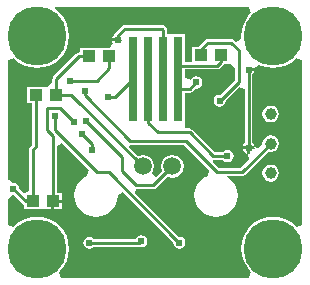
<source format=gbl>
%FSLAX24Y24*%
%MOIN*%
G70*
G01*
G75*
G04 Layer_Physical_Order=2*
G04 Layer_Color=16711680*
%ADD10R,0.0433X0.0394*%
%ADD11R,0.0394X0.0433*%
%ADD12R,0.0827X0.0827*%
%ADD13O,0.0157X0.0094*%
%ADD14O,0.0094X0.0157*%
%ADD15C,0.0100*%
%ADD16C,0.1969*%
%ADD17C,0.0591*%
%ADD18C,0.0394*%
%ADD19C,0.0240*%
%ADD20R,0.0299X0.2835*%
G36*
X8837Y6292D02*
Y795D01*
X8651Y728D01*
X8629Y755D01*
X8467Y888D01*
X8283Y987D01*
X8082Y1048D01*
X7874Y1068D01*
X7666Y1048D01*
X7465Y987D01*
X7281Y888D01*
X7119Y755D01*
X6986Y593D01*
X6887Y409D01*
X6826Y208D01*
X6806Y-0D01*
X6826Y-208D01*
X6887Y-409D01*
X6986Y-593D01*
X7119Y-755D01*
X7146Y-777D01*
X7079Y-963D01*
X795D01*
X728Y-777D01*
X755Y-755D01*
X888Y-593D01*
X987Y-409D01*
X1048Y-208D01*
X1068Y-0D01*
X1048Y208D01*
X987Y409D01*
X888Y593D01*
X755Y755D01*
X593Y888D01*
X409Y987D01*
X208Y1048D01*
X-0Y1068D01*
X-208Y1048D01*
X-409Y987D01*
X-593Y888D01*
X-755Y755D01*
X-777Y728D01*
X-963Y795D01*
Y1660D01*
X-945Y1686D01*
X-810Y1797D01*
X-787Y1792D01*
X-772Y1795D01*
X-473Y1495D01*
X-436Y1470D01*
Y1313D01*
X155D01*
X155Y1313D01*
Y1313D01*
X155D01*
X234D01*
X294Y1313D01*
X294Y1313D01*
X294Y1313D01*
X479D01*
Y1588D01*
X529D01*
Y1638D01*
X824D01*
Y1864D01*
X660D01*
Y3433D01*
X842Y3508D01*
X1723Y2627D01*
X1684Y2434D01*
X1605Y2401D01*
X1454Y2286D01*
X1339Y2136D01*
X1267Y1961D01*
X1242Y1774D01*
X1267Y1586D01*
X1339Y1411D01*
X1454Y1261D01*
X1605Y1146D01*
X1779Y1074D01*
X1967Y1049D01*
X2154Y1074D01*
X2329Y1146D01*
X2479Y1261D01*
X2594Y1411D01*
X2667Y1586D01*
X2692Y1774D01*
X2688Y1797D01*
X2865Y1884D01*
X4544Y205D01*
X4543Y201D01*
X4559Y123D01*
X4603Y58D01*
X4669Y14D01*
X4746Y-2D01*
X4824Y14D01*
X4889Y58D01*
X4933Y123D01*
X4949Y201D01*
X4933Y278D01*
X4889Y344D01*
X4824Y388D01*
X4746Y403D01*
X4722Y399D01*
X3278Y1843D01*
X3306Y1983D01*
X3880D01*
X3930Y1993D01*
X3973Y2022D01*
X3973Y2022D01*
X3973Y2022D01*
X4351Y2400D01*
X4363Y2391D01*
X4509Y2362D01*
X4655Y2391D01*
X4779Y2474D01*
X4861Y2598D01*
X4890Y2744D01*
X4861Y2890D01*
X4779Y3013D01*
X4655Y3096D01*
X4509Y3125D01*
X4363Y3096D01*
X4239Y3013D01*
X4157Y2890D01*
X4128Y2744D01*
X4157Y2598D01*
X4165Y2585D01*
X3982Y2403D01*
X3830Y2527D01*
X3877Y2598D01*
X3906Y2744D01*
X3877Y2890D01*
X3794Y3013D01*
X3671Y3096D01*
X3525Y3125D01*
X3379Y3096D01*
X3366Y3088D01*
X3085Y3369D01*
X3103Y3463D01*
X4899D01*
X5731Y2631D01*
X5693Y2438D01*
X5605Y2401D01*
X5454Y2286D01*
X5339Y2136D01*
X5267Y1961D01*
X5242Y1774D01*
X5267Y1586D01*
X5339Y1411D01*
X5454Y1261D01*
X5605Y1146D01*
X5779Y1074D01*
X5967Y1049D01*
X6154Y1074D01*
X6329Y1146D01*
X6479Y1261D01*
X6594Y1411D01*
X6667Y1586D01*
X6692Y1774D01*
X6667Y1961D01*
X6594Y2136D01*
X6479Y2286D01*
X6329Y2401D01*
X6332Y2413D01*
X6828D01*
X6878Y2423D01*
X6921Y2452D01*
X6921Y2452D01*
X6921Y2452D01*
X7707Y3238D01*
X7787Y3223D01*
X7894Y3244D01*
X7986Y3305D01*
X8046Y3396D01*
X8068Y3504D01*
X8046Y3611D01*
X7986Y3702D01*
X7894Y3763D01*
X7787Y3785D01*
X7679Y3763D01*
X7588Y3702D01*
X7527Y3611D01*
X7506Y3504D01*
X7507Y3496D01*
X7362Y3363D01*
X7250Y3397D01*
X7256Y3365D01*
X7246Y3315D01*
X7103D01*
Y3172D01*
X7053Y3162D01*
X7021Y3168D01*
X7078Y2980D01*
X6774Y2676D01*
X6058D01*
X5859Y2875D01*
X5876Y2961D01*
X5879Y2961D01*
X5879Y2961D01*
Y2961D01*
X6199D01*
X6207Y2949D01*
X6273Y2905D01*
X6350Y2890D01*
X6428Y2905D01*
X6494Y2949D01*
X6538Y3015D01*
X6553Y3093D01*
X6538Y3170D01*
X6494Y3236D01*
X6428Y3280D01*
X6350Y3295D01*
X6273Y3280D01*
X6207Y3236D01*
X6199Y3224D01*
X5931D01*
X5185Y3969D01*
X5143Y3998D01*
X5093Y4008D01*
X4945D01*
Y4175D01*
X4945D01*
Y5203D01*
X5108D01*
X5158Y5213D01*
X5201Y5242D01*
X5299Y5340D01*
X5313Y5337D01*
X5391Y5352D01*
X5456Y5396D01*
X5500Y5462D01*
X5516Y5539D01*
X5500Y5617D01*
X5456Y5683D01*
X5391Y5727D01*
X5313Y5742D01*
X5235Y5727D01*
X5170Y5683D01*
X5134Y5629D01*
X4956Y5682D01*
X4945Y5693D01*
Y5973D01*
X6013D01*
X6064Y5983D01*
X6106Y6012D01*
X6106Y6012D01*
X6106Y6012D01*
X6216Y6122D01*
X6245Y6164D01*
X6245Y6164D01*
X6245Y6164D01*
X6246Y6171D01*
X6438D01*
Y6171D01*
X6450D01*
X6589Y6032D01*
Y5616D01*
X6105Y5132D01*
X6094Y5134D01*
X6017Y5118D01*
X5951Y5074D01*
X5907Y5009D01*
X5892Y4931D01*
X5907Y4854D01*
X5951Y4788D01*
X6017Y4744D01*
X6094Y4728D01*
X6172Y4744D01*
X6238Y4788D01*
X6282Y4854D01*
X6297Y4931D01*
X6294Y4949D01*
X6740Y5396D01*
X6922Y5321D01*
Y3516D01*
X6910Y3508D01*
X6866Y3442D01*
X6861Y3415D01*
X7246D01*
X7241Y3442D01*
X7197Y3508D01*
X7185Y3516D01*
Y5813D01*
X7197Y5821D01*
X7241Y5887D01*
X7246Y5915D01*
X7053D01*
Y6015D01*
X7246D01*
X7246Y6015D01*
X7404Y6132D01*
X7465Y6100D01*
X7666Y6039D01*
X7874Y6018D01*
X8082Y6039D01*
X8283Y6100D01*
X8467Y6198D01*
X8629Y6331D01*
X8651Y6358D01*
X8837Y6292D01*
D02*
G37*
G36*
X7146Y7864D02*
X7119Y7842D01*
X6986Y7680D01*
X6887Y7495D01*
X6826Y7295D01*
X6806Y7087D01*
X6817Y6973D01*
X6639Y6889D01*
X6573Y6955D01*
X6531Y6983D01*
X6480Y6993D01*
X5691D01*
X5641Y6983D01*
X5598Y6955D01*
X5381Y6738D01*
X5370Y6722D01*
X5178D01*
Y6236D01*
X4945D01*
Y7167D01*
X4584D01*
X4584Y7167D01*
X4584Y7167D01*
X4489Y7167D01*
X4467D01*
X4445D01*
X4445D01*
X4349Y7167D01*
X4349Y7167D01*
Y7167D01*
X4348D01*
Y7295D01*
X4338Y7345D01*
X4310Y7387D01*
X4270Y7427D01*
X4227Y7456D01*
X4177Y7466D01*
X2925D01*
X2875Y7456D01*
X2832Y7427D01*
X2604Y7199D01*
X2576Y7157D01*
X2569Y7122D01*
X2554Y7112D01*
X2510Y7046D01*
X2504Y7018D01*
X2697D01*
Y6919D01*
X2504D01*
X2510Y6891D01*
X2530Y6860D01*
X2437Y6687D01*
X2182D01*
X2182Y6687D01*
X2182Y6687D01*
X2121Y6687D01*
X2082D01*
X2043D01*
X1982Y6687D01*
X1982Y6687D01*
X1982Y6687D01*
X1452D01*
Y6542D01*
X1403D01*
X1353Y6532D01*
X1310Y6504D01*
X552Y5746D01*
X524Y5703D01*
X514Y5653D01*
Y5544D01*
X375Y5405D01*
X350D01*
X310D01*
X271D01*
X211Y5405D01*
X211Y5405D01*
X211Y5405D01*
X-320D01*
Y4854D01*
X-156D01*
Y3465D01*
X-233Y3387D01*
X-262Y3345D01*
X-272Y3295D01*
Y1923D01*
X-414Y1864D01*
X-436D01*
X-436Y1864D01*
X-436D01*
X-587Y1980D01*
X-584Y1995D01*
X-599Y2072D01*
X-643Y2138D01*
X-709Y2182D01*
X-787Y2197D01*
X-810Y2192D01*
X-945Y2303D01*
X-963Y2329D01*
Y6292D01*
X-777Y6358D01*
X-755Y6331D01*
X-593Y6198D01*
X-409Y6100D01*
X-208Y6039D01*
X-0Y6018D01*
X208Y6039D01*
X409Y6100D01*
X593Y6198D01*
X755Y6331D01*
X888Y6493D01*
X987Y6678D01*
X1048Y6878D01*
X1068Y7087D01*
X1048Y7295D01*
X987Y7495D01*
X888Y7680D01*
X755Y7842D01*
X593Y7975D01*
X612Y8049D01*
X7079D01*
X7146Y7864D01*
D02*
G37*
%LPC*%
G36*
X824Y1538D02*
X579D01*
Y1313D01*
X824D01*
Y1538D01*
D02*
G37*
G36*
X3478Y447D02*
X3401Y431D01*
X3335Y387D01*
X3293Y324D01*
X1901D01*
X1893Y336D01*
X1828Y380D01*
X1750Y396D01*
X1672Y380D01*
X1607Y336D01*
X1563Y270D01*
X1547Y193D01*
X1563Y115D01*
X1607Y50D01*
X1672Y6D01*
X1750Y-10D01*
X1828Y6D01*
X1893Y50D01*
X1901Y62D01*
X3394D01*
X3401Y57D01*
X3478Y41D01*
X3556Y57D01*
X3622Y101D01*
X3666Y167D01*
X3681Y244D01*
X3666Y322D01*
X3622Y387D01*
X3556Y431D01*
X3478Y447D01*
D02*
G37*
G36*
X7787Y2800D02*
X7679Y2779D01*
X7588Y2718D01*
X7527Y2627D01*
X7506Y2519D01*
X7527Y2412D01*
X7588Y2321D01*
X7679Y2260D01*
X7787Y2238D01*
X7894Y2260D01*
X7986Y2321D01*
X8046Y2412D01*
X8068Y2519D01*
X8046Y2627D01*
X7986Y2718D01*
X7894Y2779D01*
X7787Y2800D01*
D02*
G37*
G36*
Y4769D02*
X7679Y4747D01*
X7588Y4687D01*
X7527Y4595D01*
X7506Y4488D01*
X7527Y4380D01*
X7588Y4289D01*
X7679Y4228D01*
X7787Y4207D01*
X7894Y4228D01*
X7986Y4289D01*
X8046Y4380D01*
X8068Y4488D01*
X8046Y4595D01*
X7986Y4687D01*
X7894Y4747D01*
X7787Y4769D01*
D02*
G37*
G36*
X7003Y3315D02*
X6861D01*
X6866Y3287D01*
X6910Y3221D01*
X6976Y3177D01*
X7003Y3172D01*
Y3315D01*
D02*
G37*
%LPD*%
D10*
X6143Y6446D02*
D03*
X5474D02*
D03*
X2417Y6411D02*
D03*
X1747D02*
D03*
X-24Y5130D02*
D03*
X645D02*
D03*
X529Y1588D02*
D03*
X-140D02*
D03*
D15*
X593Y3943D02*
X1993Y2542D01*
X2126D01*
X2393D01*
X2697Y6969D02*
Y7106D01*
X2925Y7335D01*
X1848Y3274D02*
Y3484D01*
X1510Y3823D02*
X1848Y3484D01*
X2376Y5045D02*
X2596D01*
X3217Y5667D01*
X-140Y1588D02*
Y3295D01*
X-24Y3411D01*
Y5130D01*
X4717Y5671D02*
Y6105D01*
X6013D02*
X6123Y6215D01*
Y6446D02*
X6143D01*
X4717Y5335D02*
Y5671D01*
X3103Y3595D02*
X4953D01*
X6003Y2545D01*
X6828D01*
X7787Y3504D01*
X-380Y1588D02*
X-140D01*
X-787Y1995D02*
X-380Y1588D01*
X4035Y3876D02*
X5093D01*
X3717Y4195D02*
X4035Y3876D01*
X3717Y4195D02*
Y5671D01*
X3217Y5667D02*
Y5671D01*
X1623Y4268D02*
X2823Y3068D01*
Y2597D02*
Y3068D01*
Y2597D02*
X3306Y2115D01*
X3554D02*
X3880D01*
X4509Y2744D01*
X3306Y2115D02*
X3554D01*
X5093Y3876D02*
X5876Y3093D01*
X6350D01*
X5474Y6446D02*
Y6645D01*
X6094Y4936D02*
X6720Y5562D01*
X6094Y4931D02*
Y4936D01*
X6720Y5562D02*
Y6622D01*
X5474Y6645D02*
X5691Y6862D01*
X6480D01*
X6720Y6622D01*
X593Y3943D02*
Y4429D01*
X5013Y5335D02*
X5108D01*
X5313Y5539D01*
X645Y5130D02*
X1139D01*
X3525Y2744D01*
X1589Y5109D02*
X3103Y3595D01*
X1589Y5109D02*
Y5250D01*
X2417Y6019D02*
Y6411D01*
X1998Y5600D02*
X2417Y6019D01*
X1093Y5600D02*
X1998D01*
X645Y5130D02*
Y5653D01*
X1403Y6411D01*
X1747D01*
X4734Y201D02*
X4746D01*
X2393Y2542D02*
X4734Y201D01*
X1750Y193D02*
X3427D01*
X3478Y244D01*
X529Y1588D02*
Y3754D01*
X343Y3939D02*
X529Y3754D01*
X343Y3939D02*
Y4685D01*
X773D01*
X1233Y4225D01*
X7053Y3365D02*
Y5965D01*
X4717Y5335D02*
X5013D01*
X4717Y6105D02*
X6013D01*
X6123Y6215D02*
Y6446D01*
X2697Y6969D02*
X2761D01*
X2925Y7335D02*
X4177D01*
X4217Y7295D01*
Y5671D02*
Y7295D01*
D16*
X-0Y-0D02*
D03*
X7874D02*
D03*
Y7087D02*
D03*
X-0D02*
D03*
D17*
X3525Y2744D02*
D03*
X4509D02*
D03*
D18*
X7787Y2519D02*
D03*
Y4488D02*
D03*
Y3504D02*
D03*
D19*
X-787Y1995D02*
D03*
X1848Y3274D02*
D03*
X1510Y3823D02*
D03*
X2376Y5045D02*
D03*
X1623Y4268D02*
D03*
X6350Y3093D02*
D03*
X6094Y4931D02*
D03*
X593Y4429D02*
D03*
X5313Y5539D02*
D03*
X1589Y5250D02*
D03*
X1093Y5600D02*
D03*
X4746Y201D02*
D03*
X3478Y244D02*
D03*
X1750Y193D02*
D03*
X1233Y4225D02*
D03*
X7053Y3365D02*
D03*
Y5965D02*
D03*
X2697Y6969D02*
D03*
D20*
X4717Y5671D02*
D03*
X3217D02*
D03*
X3717D02*
D03*
X4217D02*
D03*
M02*

</source>
